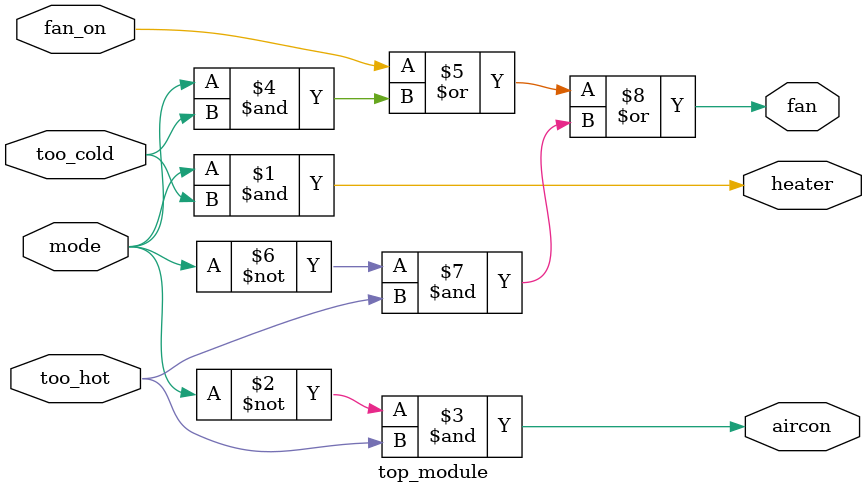
<source format=v>
module top_module (
    input too_cold,
    input too_hot,
    input mode,
    input fan_on,
    output heater,
    output aircon,
    output fan
); 

    assign heater = mode & too_cold;
    assign aircon = ~mode & too_hot;
    assign fan = fan_on | (mode & too_cold) | (~mode & too_hot);

endmodule

</source>
